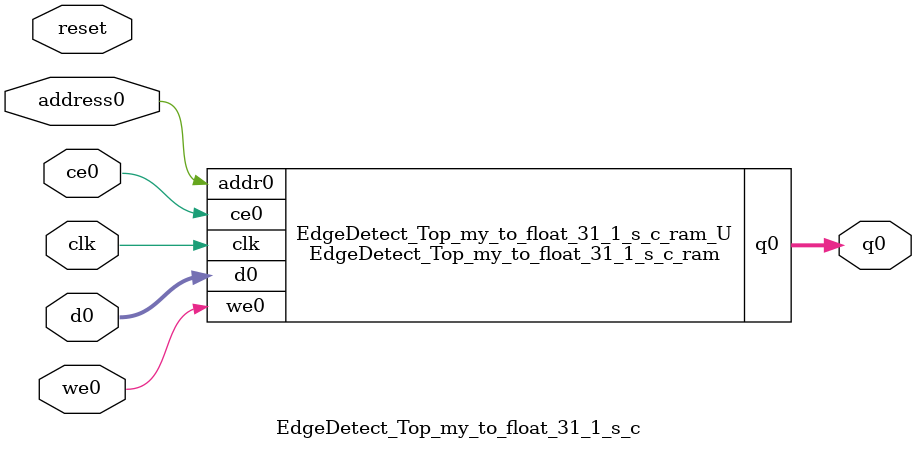
<source format=v>

`timescale 1 ns / 1 ps
module EdgeDetect_Top_my_to_float_31_1_s_c_ram (addr0, ce0, d0, we0, q0,  clk);

parameter DWIDTH = 32;
parameter AWIDTH = 1;
parameter MEM_SIZE = 2;

input[AWIDTH-1:0] addr0;
input ce0;
input[DWIDTH-1:0] d0;
input we0;
output reg[DWIDTH-1:0] q0;
input clk;

(* ram_style = "distributed" *)reg [DWIDTH-1:0] ram[MEM_SIZE-1:0];




always @(posedge clk)  
begin 
    if (ce0) 
    begin
        if (we0) 
        begin 
            ram[addr0] <= d0; 
            q0 <= d0;
        end 
        else 
            q0 <= ram[addr0];
    end
end


endmodule


`timescale 1 ns / 1 ps
module EdgeDetect_Top_my_to_float_31_1_s_c(
    reset,
    clk,
    address0,
    ce0,
    we0,
    d0,
    q0);

parameter DataWidth = 32'd32;
parameter AddressRange = 32'd2;
parameter AddressWidth = 32'd1;
input reset;
input clk;
input[AddressWidth - 1:0] address0;
input ce0;
input we0;
input[DataWidth - 1:0] d0;
output[DataWidth - 1:0] q0;



EdgeDetect_Top_my_to_float_31_1_s_c_ram EdgeDetect_Top_my_to_float_31_1_s_c_ram_U(
    .clk( clk ),
    .addr0( address0 ),
    .ce0( ce0 ),
    .d0( d0 ),
    .we0( we0 ),
    .q0( q0 ));

endmodule


</source>
